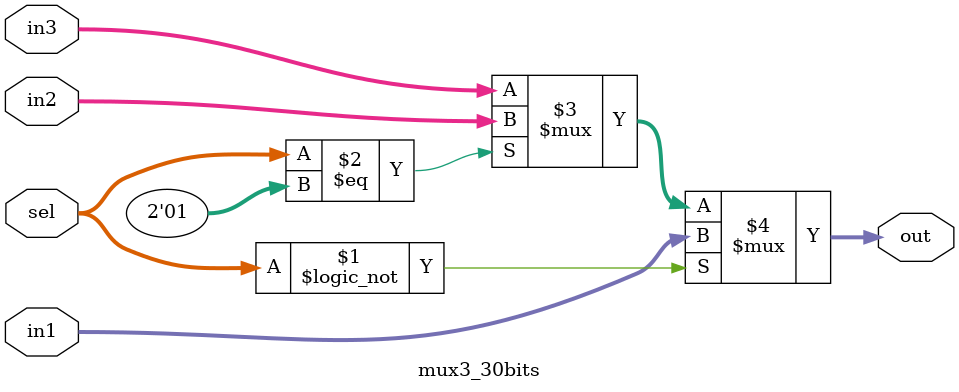
<source format=v>
`timescale 1ns / 1ps

module mux2_30bits(in1, in2, sel, out);

input [29:0] in1, in2;
input sel;
output [29:0] out;

assign out = (sel==0) ? in1 : in2;

endmodule

////

module mux4_30bits_special(in1, in2, in3, in4, sel2, primsel, out);

input [29:0] in1, in2, in3, in4;
input [1:0] sel2;
input primsel;
output [29:0] out;

assign out = (sel2==2'd0) ? in1
				:(sel2==2'd1) ? in2
				:(sel2==2'd2) ? in3
				:in4;
endmodule

////

module mux4_30bits(in1, in2, in3, in4, sel, out);

input [29:0] in1, in2, in3, in4;
input [1:0] sel;
output [29:0] out;

assign out = (sel==2'd0) ? in1
				:(sel==2'd1) ? in2
				:(sel==2'd2) ? in3
				:in4;
				
endmodule

////

module mux8_30bits(in1, in2, in3, in4, in5, in6, in7, in8,sel, out);
input [29:0] in1, in2, in3, in4, in5, in6, in7, in8;
input [2:0] sel;
output [29:0] out;

assign out = (sel==3'd0) ? in1
				:(sel==3'd1) ? in2
				:(sel==3'd2) ? in3
				:(sel==3'd3) ? in4
				:(sel==3'd4) ? in5
				:(sel==3'd5) ? in6
				:(sel==3'd6) ? in7
				:in8;
				
endmodule

////

module mux16_30bits(in1, in2, in3, in4, in5, in6, in7, in8, 
						  in9, in10, in11, in12, in13, in14, in15, in16, sel, out);
input [29:0] in1, in2, in3, in4, in5, in6, in7, in8;
input [29:0] in9, in10, in11, in12, in13, in14, in15, in16;
input [3:0] sel;
output [29:0] out;

assign out = (sel==4'd0) ? in1
				:(sel==4'd1) ? in2
				:(sel==4'd2) ? in3
				:(sel==4'd3) ? in4
				:(sel==4'd4) ? in5
				:(sel==4'd5) ? in6
				:(sel==4'd6) ? in7
				:(sel==4'd7) ? in8
				:(sel==4'd8) ? in9
				:(sel==4'd9) ? in10
				:(sel==4'd10) ? in11
				:(sel==4'd11) ? in12
				:(sel==4'd12) ? in13
				:(sel==4'd13) ? in14
				:(sel==4'd14) ? in15
				:in16;
				
endmodule

////

module mux3_30bits(in1, in2, in3, sel, out);
input [29:0] in1, in2, in3;
input [1:0] sel;
output [29:0] out;

assign out = (sel==2'd0) ? in1 : (sel==2'd1) ? in2 : in3;

endmodule

</source>
